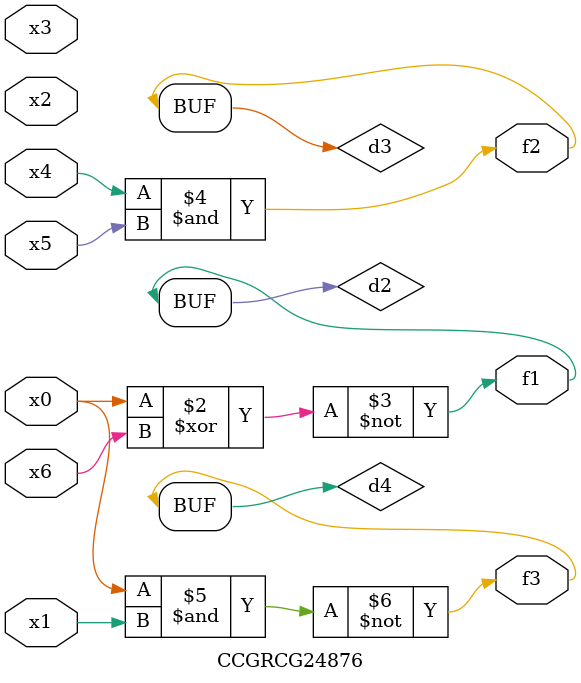
<source format=v>
module CCGRCG24876(
	input x0, x1, x2, x3, x4, x5, x6,
	output f1, f2, f3
);

	wire d1, d2, d3, d4;

	nor (d1, x0);
	xnor (d2, x0, x6);
	and (d3, x4, x5);
	nand (d4, x0, x1);
	assign f1 = d2;
	assign f2 = d3;
	assign f3 = d4;
endmodule

</source>
